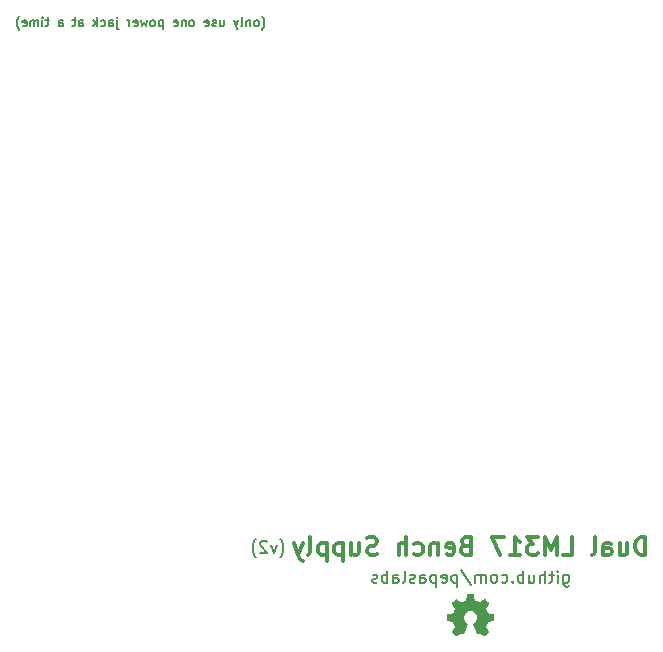
<source format=gbo>
G04 (created by PCBNEW (2013-07-07 BZR 4022)-stable) date 4/20/2014 9:33:33 PM*
%MOIN*%
G04 Gerber Fmt 3.4, Leading zero omitted, Abs format*
%FSLAX34Y34*%
G01*
G70*
G90*
G04 APERTURE LIST*
%ADD10C,0.00590551*%
%ADD11C,0.008*%
%ADD12C,0.012*%
%ADD13C,0.006*%
%ADD14C,0.0001*%
G04 APERTURE END LIST*
G54D10*
G54D11*
X66900Y-63814D02*
X66919Y-63795D01*
X66957Y-63738D01*
X66976Y-63700D01*
X66995Y-63642D01*
X67014Y-63547D01*
X67014Y-63471D01*
X66995Y-63376D01*
X66976Y-63319D01*
X66957Y-63280D01*
X66919Y-63223D01*
X66900Y-63204D01*
X66785Y-63395D02*
X66690Y-63661D01*
X66595Y-63395D01*
X66461Y-63300D02*
X66442Y-63280D01*
X66404Y-63261D01*
X66309Y-63261D01*
X66271Y-63280D01*
X66252Y-63300D01*
X66233Y-63338D01*
X66233Y-63376D01*
X66252Y-63433D01*
X66480Y-63661D01*
X66233Y-63661D01*
X66100Y-63814D02*
X66080Y-63795D01*
X66042Y-63738D01*
X66023Y-63700D01*
X66004Y-63642D01*
X65985Y-63547D01*
X65985Y-63471D01*
X66004Y-63376D01*
X66023Y-63319D01*
X66042Y-63280D01*
X66080Y-63223D01*
X66100Y-63204D01*
X76345Y-64395D02*
X76345Y-64719D01*
X76364Y-64757D01*
X76383Y-64776D01*
X76421Y-64795D01*
X76478Y-64795D01*
X76516Y-64776D01*
X76345Y-64642D02*
X76383Y-64661D01*
X76459Y-64661D01*
X76497Y-64642D01*
X76516Y-64623D01*
X76535Y-64585D01*
X76535Y-64471D01*
X76516Y-64433D01*
X76497Y-64414D01*
X76459Y-64395D01*
X76383Y-64395D01*
X76345Y-64414D01*
X76154Y-64661D02*
X76154Y-64395D01*
X76154Y-64261D02*
X76173Y-64280D01*
X76154Y-64300D01*
X76135Y-64280D01*
X76154Y-64261D01*
X76154Y-64300D01*
X76021Y-64395D02*
X75869Y-64395D01*
X75964Y-64261D02*
X75964Y-64604D01*
X75945Y-64642D01*
X75907Y-64661D01*
X75869Y-64661D01*
X75735Y-64661D02*
X75735Y-64261D01*
X75564Y-64661D02*
X75564Y-64452D01*
X75583Y-64414D01*
X75621Y-64395D01*
X75678Y-64395D01*
X75716Y-64414D01*
X75735Y-64433D01*
X75202Y-64395D02*
X75202Y-64661D01*
X75373Y-64395D02*
X75373Y-64604D01*
X75354Y-64642D01*
X75316Y-64661D01*
X75259Y-64661D01*
X75221Y-64642D01*
X75202Y-64623D01*
X75011Y-64661D02*
X75011Y-64261D01*
X75011Y-64414D02*
X74973Y-64395D01*
X74897Y-64395D01*
X74859Y-64414D01*
X74840Y-64433D01*
X74821Y-64471D01*
X74821Y-64585D01*
X74840Y-64623D01*
X74859Y-64642D01*
X74897Y-64661D01*
X74973Y-64661D01*
X75011Y-64642D01*
X74649Y-64623D02*
X74630Y-64642D01*
X74649Y-64661D01*
X74669Y-64642D01*
X74649Y-64623D01*
X74649Y-64661D01*
X74288Y-64642D02*
X74326Y-64661D01*
X74402Y-64661D01*
X74440Y-64642D01*
X74459Y-64623D01*
X74478Y-64585D01*
X74478Y-64471D01*
X74459Y-64433D01*
X74440Y-64414D01*
X74402Y-64395D01*
X74326Y-64395D01*
X74288Y-64414D01*
X74059Y-64661D02*
X74097Y-64642D01*
X74116Y-64623D01*
X74135Y-64585D01*
X74135Y-64471D01*
X74116Y-64433D01*
X74097Y-64414D01*
X74059Y-64395D01*
X74002Y-64395D01*
X73964Y-64414D01*
X73945Y-64433D01*
X73926Y-64471D01*
X73926Y-64585D01*
X73945Y-64623D01*
X73964Y-64642D01*
X74002Y-64661D01*
X74059Y-64661D01*
X73754Y-64661D02*
X73754Y-64395D01*
X73754Y-64433D02*
X73735Y-64414D01*
X73697Y-64395D01*
X73640Y-64395D01*
X73602Y-64414D01*
X73583Y-64452D01*
X73583Y-64661D01*
X73583Y-64452D02*
X73564Y-64414D01*
X73526Y-64395D01*
X73469Y-64395D01*
X73430Y-64414D01*
X73411Y-64452D01*
X73411Y-64661D01*
X72935Y-64242D02*
X73278Y-64757D01*
X72802Y-64395D02*
X72802Y-64795D01*
X72802Y-64414D02*
X72764Y-64395D01*
X72688Y-64395D01*
X72649Y-64414D01*
X72630Y-64433D01*
X72611Y-64471D01*
X72611Y-64585D01*
X72630Y-64623D01*
X72649Y-64642D01*
X72688Y-64661D01*
X72764Y-64661D01*
X72802Y-64642D01*
X72288Y-64642D02*
X72326Y-64661D01*
X72402Y-64661D01*
X72440Y-64642D01*
X72459Y-64604D01*
X72459Y-64452D01*
X72440Y-64414D01*
X72402Y-64395D01*
X72326Y-64395D01*
X72288Y-64414D01*
X72269Y-64452D01*
X72269Y-64490D01*
X72459Y-64528D01*
X72097Y-64395D02*
X72097Y-64795D01*
X72097Y-64414D02*
X72059Y-64395D01*
X71983Y-64395D01*
X71945Y-64414D01*
X71926Y-64433D01*
X71907Y-64471D01*
X71907Y-64585D01*
X71926Y-64623D01*
X71945Y-64642D01*
X71983Y-64661D01*
X72059Y-64661D01*
X72097Y-64642D01*
X71564Y-64661D02*
X71564Y-64452D01*
X71583Y-64414D01*
X71621Y-64395D01*
X71697Y-64395D01*
X71735Y-64414D01*
X71564Y-64642D02*
X71602Y-64661D01*
X71697Y-64661D01*
X71735Y-64642D01*
X71754Y-64604D01*
X71754Y-64566D01*
X71735Y-64528D01*
X71697Y-64509D01*
X71602Y-64509D01*
X71564Y-64490D01*
X71392Y-64642D02*
X71354Y-64661D01*
X71278Y-64661D01*
X71240Y-64642D01*
X71221Y-64604D01*
X71221Y-64585D01*
X71240Y-64547D01*
X71278Y-64528D01*
X71335Y-64528D01*
X71373Y-64509D01*
X71392Y-64471D01*
X71392Y-64452D01*
X71373Y-64414D01*
X71335Y-64395D01*
X71278Y-64395D01*
X71240Y-64414D01*
X70992Y-64661D02*
X71030Y-64642D01*
X71049Y-64604D01*
X71049Y-64261D01*
X70669Y-64661D02*
X70669Y-64452D01*
X70688Y-64414D01*
X70726Y-64395D01*
X70802Y-64395D01*
X70840Y-64414D01*
X70669Y-64642D02*
X70707Y-64661D01*
X70802Y-64661D01*
X70840Y-64642D01*
X70859Y-64604D01*
X70859Y-64566D01*
X70840Y-64528D01*
X70802Y-64509D01*
X70707Y-64509D01*
X70669Y-64490D01*
X70478Y-64661D02*
X70478Y-64261D01*
X70478Y-64414D02*
X70440Y-64395D01*
X70364Y-64395D01*
X70326Y-64414D01*
X70307Y-64433D01*
X70288Y-64471D01*
X70288Y-64585D01*
X70307Y-64623D01*
X70326Y-64642D01*
X70364Y-64661D01*
X70440Y-64661D01*
X70478Y-64642D01*
X70135Y-64642D02*
X70097Y-64661D01*
X70021Y-64661D01*
X69983Y-64642D01*
X69964Y-64604D01*
X69964Y-64585D01*
X69983Y-64547D01*
X70021Y-64528D01*
X70078Y-64528D01*
X70116Y-64509D01*
X70135Y-64471D01*
X70135Y-64452D01*
X70116Y-64414D01*
X70078Y-64395D01*
X70021Y-64395D01*
X69983Y-64414D01*
G54D12*
X79078Y-63742D02*
X79078Y-63142D01*
X78935Y-63142D01*
X78850Y-63171D01*
X78792Y-63228D01*
X78764Y-63285D01*
X78735Y-63400D01*
X78735Y-63485D01*
X78764Y-63600D01*
X78792Y-63657D01*
X78850Y-63714D01*
X78935Y-63742D01*
X79078Y-63742D01*
X78221Y-63342D02*
X78221Y-63742D01*
X78478Y-63342D02*
X78478Y-63657D01*
X78450Y-63714D01*
X78392Y-63742D01*
X78307Y-63742D01*
X78250Y-63714D01*
X78221Y-63685D01*
X77678Y-63742D02*
X77678Y-63428D01*
X77707Y-63371D01*
X77764Y-63342D01*
X77878Y-63342D01*
X77935Y-63371D01*
X77678Y-63714D02*
X77735Y-63742D01*
X77878Y-63742D01*
X77935Y-63714D01*
X77964Y-63657D01*
X77964Y-63600D01*
X77935Y-63542D01*
X77878Y-63514D01*
X77735Y-63514D01*
X77678Y-63485D01*
X77307Y-63742D02*
X77364Y-63714D01*
X77392Y-63657D01*
X77392Y-63142D01*
X76335Y-63742D02*
X76621Y-63742D01*
X76621Y-63142D01*
X76135Y-63742D02*
X76135Y-63142D01*
X75935Y-63571D01*
X75735Y-63142D01*
X75735Y-63742D01*
X75507Y-63142D02*
X75135Y-63142D01*
X75335Y-63371D01*
X75250Y-63371D01*
X75192Y-63400D01*
X75164Y-63428D01*
X75135Y-63485D01*
X75135Y-63628D01*
X75164Y-63685D01*
X75192Y-63714D01*
X75250Y-63742D01*
X75421Y-63742D01*
X75478Y-63714D01*
X75507Y-63685D01*
X74564Y-63742D02*
X74907Y-63742D01*
X74735Y-63742D02*
X74735Y-63142D01*
X74792Y-63228D01*
X74850Y-63285D01*
X74907Y-63314D01*
X74364Y-63142D02*
X73964Y-63142D01*
X74221Y-63742D01*
X73078Y-63428D02*
X72992Y-63457D01*
X72964Y-63485D01*
X72935Y-63542D01*
X72935Y-63628D01*
X72964Y-63685D01*
X72992Y-63714D01*
X73049Y-63742D01*
X73278Y-63742D01*
X73278Y-63142D01*
X73078Y-63142D01*
X73021Y-63171D01*
X72992Y-63200D01*
X72964Y-63257D01*
X72964Y-63314D01*
X72992Y-63371D01*
X73021Y-63400D01*
X73078Y-63428D01*
X73278Y-63428D01*
X72449Y-63714D02*
X72507Y-63742D01*
X72621Y-63742D01*
X72678Y-63714D01*
X72707Y-63657D01*
X72707Y-63428D01*
X72678Y-63371D01*
X72621Y-63342D01*
X72507Y-63342D01*
X72449Y-63371D01*
X72421Y-63428D01*
X72421Y-63485D01*
X72707Y-63542D01*
X72164Y-63342D02*
X72164Y-63742D01*
X72164Y-63400D02*
X72135Y-63371D01*
X72078Y-63342D01*
X71992Y-63342D01*
X71935Y-63371D01*
X71907Y-63428D01*
X71907Y-63742D01*
X71364Y-63714D02*
X71421Y-63742D01*
X71535Y-63742D01*
X71592Y-63714D01*
X71621Y-63685D01*
X71649Y-63628D01*
X71649Y-63457D01*
X71621Y-63400D01*
X71592Y-63371D01*
X71535Y-63342D01*
X71421Y-63342D01*
X71364Y-63371D01*
X71107Y-63742D02*
X71107Y-63142D01*
X70849Y-63742D02*
X70849Y-63428D01*
X70878Y-63371D01*
X70935Y-63342D01*
X71021Y-63342D01*
X71078Y-63371D01*
X71107Y-63400D01*
X70135Y-63714D02*
X70049Y-63742D01*
X69907Y-63742D01*
X69849Y-63714D01*
X69821Y-63685D01*
X69792Y-63628D01*
X69792Y-63571D01*
X69821Y-63514D01*
X69849Y-63485D01*
X69907Y-63457D01*
X70021Y-63428D01*
X70078Y-63400D01*
X70107Y-63371D01*
X70135Y-63314D01*
X70135Y-63257D01*
X70107Y-63200D01*
X70078Y-63171D01*
X70021Y-63142D01*
X69878Y-63142D01*
X69792Y-63171D01*
X69278Y-63342D02*
X69278Y-63742D01*
X69535Y-63342D02*
X69535Y-63657D01*
X69507Y-63714D01*
X69449Y-63742D01*
X69364Y-63742D01*
X69307Y-63714D01*
X69278Y-63685D01*
X68992Y-63342D02*
X68992Y-63942D01*
X68992Y-63371D02*
X68935Y-63342D01*
X68821Y-63342D01*
X68764Y-63371D01*
X68735Y-63400D01*
X68707Y-63457D01*
X68707Y-63628D01*
X68735Y-63685D01*
X68764Y-63714D01*
X68821Y-63742D01*
X68935Y-63742D01*
X68992Y-63714D01*
X68449Y-63342D02*
X68449Y-63942D01*
X68449Y-63371D02*
X68392Y-63342D01*
X68278Y-63342D01*
X68221Y-63371D01*
X68192Y-63400D01*
X68164Y-63457D01*
X68164Y-63628D01*
X68192Y-63685D01*
X68221Y-63714D01*
X68278Y-63742D01*
X68392Y-63742D01*
X68449Y-63714D01*
X67821Y-63742D02*
X67878Y-63714D01*
X67907Y-63657D01*
X67907Y-63142D01*
X67649Y-63342D02*
X67507Y-63742D01*
X67364Y-63342D02*
X67507Y-63742D01*
X67564Y-63885D01*
X67592Y-63914D01*
X67649Y-63942D01*
G54D13*
X66292Y-46235D02*
X66307Y-46221D01*
X66335Y-46178D01*
X66350Y-46150D01*
X66364Y-46107D01*
X66378Y-46035D01*
X66378Y-45978D01*
X66364Y-45907D01*
X66350Y-45864D01*
X66335Y-45835D01*
X66307Y-45792D01*
X66292Y-45778D01*
X66135Y-46121D02*
X66164Y-46107D01*
X66178Y-46092D01*
X66192Y-46064D01*
X66192Y-45978D01*
X66178Y-45950D01*
X66164Y-45935D01*
X66135Y-45921D01*
X66092Y-45921D01*
X66064Y-45935D01*
X66050Y-45950D01*
X66035Y-45978D01*
X66035Y-46064D01*
X66050Y-46092D01*
X66064Y-46107D01*
X66092Y-46121D01*
X66135Y-46121D01*
X65907Y-45921D02*
X65907Y-46121D01*
X65907Y-45950D02*
X65892Y-45935D01*
X65864Y-45921D01*
X65821Y-45921D01*
X65792Y-45935D01*
X65778Y-45964D01*
X65778Y-46121D01*
X65592Y-46121D02*
X65621Y-46107D01*
X65635Y-46078D01*
X65635Y-45821D01*
X65507Y-45921D02*
X65435Y-46121D01*
X65364Y-45921D02*
X65435Y-46121D01*
X65464Y-46192D01*
X65478Y-46207D01*
X65507Y-46221D01*
X64892Y-45921D02*
X64892Y-46121D01*
X65021Y-45921D02*
X65021Y-46078D01*
X65007Y-46107D01*
X64978Y-46121D01*
X64935Y-46121D01*
X64907Y-46107D01*
X64892Y-46092D01*
X64764Y-46107D02*
X64735Y-46121D01*
X64678Y-46121D01*
X64650Y-46107D01*
X64635Y-46078D01*
X64635Y-46064D01*
X64650Y-46035D01*
X64678Y-46021D01*
X64721Y-46021D01*
X64750Y-46007D01*
X64764Y-45978D01*
X64764Y-45964D01*
X64750Y-45935D01*
X64721Y-45921D01*
X64678Y-45921D01*
X64650Y-45935D01*
X64392Y-46107D02*
X64421Y-46121D01*
X64478Y-46121D01*
X64507Y-46107D01*
X64521Y-46078D01*
X64521Y-45964D01*
X64507Y-45935D01*
X64478Y-45921D01*
X64421Y-45921D01*
X64392Y-45935D01*
X64378Y-45964D01*
X64378Y-45992D01*
X64521Y-46021D01*
X63978Y-46121D02*
X64007Y-46107D01*
X64021Y-46092D01*
X64035Y-46064D01*
X64035Y-45978D01*
X64021Y-45950D01*
X64007Y-45935D01*
X63978Y-45921D01*
X63935Y-45921D01*
X63907Y-45935D01*
X63892Y-45950D01*
X63878Y-45978D01*
X63878Y-46064D01*
X63892Y-46092D01*
X63907Y-46107D01*
X63935Y-46121D01*
X63978Y-46121D01*
X63750Y-45921D02*
X63750Y-46121D01*
X63750Y-45950D02*
X63735Y-45935D01*
X63707Y-45921D01*
X63664Y-45921D01*
X63635Y-45935D01*
X63621Y-45964D01*
X63621Y-46121D01*
X63364Y-46107D02*
X63392Y-46121D01*
X63450Y-46121D01*
X63478Y-46107D01*
X63492Y-46078D01*
X63492Y-45964D01*
X63478Y-45935D01*
X63450Y-45921D01*
X63392Y-45921D01*
X63364Y-45935D01*
X63350Y-45964D01*
X63350Y-45992D01*
X63492Y-46021D01*
X62992Y-45921D02*
X62992Y-46221D01*
X62992Y-45935D02*
X62964Y-45921D01*
X62907Y-45921D01*
X62878Y-45935D01*
X62864Y-45950D01*
X62850Y-45978D01*
X62850Y-46064D01*
X62864Y-46092D01*
X62878Y-46107D01*
X62907Y-46121D01*
X62964Y-46121D01*
X62992Y-46107D01*
X62678Y-46121D02*
X62707Y-46107D01*
X62721Y-46092D01*
X62735Y-46064D01*
X62735Y-45978D01*
X62721Y-45950D01*
X62707Y-45935D01*
X62678Y-45921D01*
X62635Y-45921D01*
X62607Y-45935D01*
X62592Y-45950D01*
X62578Y-45978D01*
X62578Y-46064D01*
X62592Y-46092D01*
X62607Y-46107D01*
X62635Y-46121D01*
X62678Y-46121D01*
X62478Y-45921D02*
X62421Y-46121D01*
X62364Y-45978D01*
X62307Y-46121D01*
X62249Y-45921D01*
X62021Y-46107D02*
X62049Y-46121D01*
X62107Y-46121D01*
X62135Y-46107D01*
X62149Y-46078D01*
X62149Y-45964D01*
X62135Y-45935D01*
X62107Y-45921D01*
X62049Y-45921D01*
X62021Y-45935D01*
X62007Y-45964D01*
X62007Y-45992D01*
X62149Y-46021D01*
X61878Y-46121D02*
X61878Y-45921D01*
X61878Y-45978D02*
X61864Y-45950D01*
X61849Y-45935D01*
X61821Y-45921D01*
X61792Y-45921D01*
X61464Y-45921D02*
X61464Y-46178D01*
X61478Y-46207D01*
X61507Y-46221D01*
X61521Y-46221D01*
X61464Y-45821D02*
X61478Y-45835D01*
X61464Y-45850D01*
X61450Y-45835D01*
X61464Y-45821D01*
X61464Y-45850D01*
X61192Y-46121D02*
X61192Y-45964D01*
X61207Y-45935D01*
X61235Y-45921D01*
X61292Y-45921D01*
X61321Y-45935D01*
X61192Y-46107D02*
X61221Y-46121D01*
X61292Y-46121D01*
X61321Y-46107D01*
X61335Y-46078D01*
X61335Y-46050D01*
X61321Y-46021D01*
X61292Y-46007D01*
X61221Y-46007D01*
X61192Y-45992D01*
X60921Y-46107D02*
X60949Y-46121D01*
X61007Y-46121D01*
X61035Y-46107D01*
X61049Y-46092D01*
X61064Y-46064D01*
X61064Y-45978D01*
X61049Y-45950D01*
X61035Y-45935D01*
X61007Y-45921D01*
X60949Y-45921D01*
X60921Y-45935D01*
X60792Y-46121D02*
X60792Y-45821D01*
X60764Y-46007D02*
X60678Y-46121D01*
X60678Y-45921D02*
X60792Y-46035D01*
X60192Y-46121D02*
X60192Y-45964D01*
X60207Y-45935D01*
X60235Y-45921D01*
X60292Y-45921D01*
X60321Y-45935D01*
X60192Y-46107D02*
X60221Y-46121D01*
X60292Y-46121D01*
X60321Y-46107D01*
X60335Y-46078D01*
X60335Y-46050D01*
X60321Y-46021D01*
X60292Y-46007D01*
X60221Y-46007D01*
X60192Y-45992D01*
X60092Y-45921D02*
X59978Y-45921D01*
X60049Y-45821D02*
X60049Y-46078D01*
X60035Y-46107D01*
X60007Y-46121D01*
X59978Y-46121D01*
X59521Y-46121D02*
X59521Y-45964D01*
X59535Y-45935D01*
X59564Y-45921D01*
X59621Y-45921D01*
X59649Y-45935D01*
X59521Y-46107D02*
X59549Y-46121D01*
X59621Y-46121D01*
X59649Y-46107D01*
X59664Y-46078D01*
X59664Y-46050D01*
X59649Y-46021D01*
X59621Y-46007D01*
X59549Y-46007D01*
X59521Y-45992D01*
X59192Y-45921D02*
X59078Y-45921D01*
X59149Y-45821D02*
X59149Y-46078D01*
X59135Y-46107D01*
X59107Y-46121D01*
X59078Y-46121D01*
X58978Y-46121D02*
X58978Y-45921D01*
X58978Y-45821D02*
X58992Y-45835D01*
X58978Y-45850D01*
X58964Y-45835D01*
X58978Y-45821D01*
X58978Y-45850D01*
X58835Y-46121D02*
X58835Y-45921D01*
X58835Y-45950D02*
X58821Y-45935D01*
X58792Y-45921D01*
X58749Y-45921D01*
X58721Y-45935D01*
X58707Y-45964D01*
X58707Y-46121D01*
X58707Y-45964D02*
X58692Y-45935D01*
X58664Y-45921D01*
X58621Y-45921D01*
X58592Y-45935D01*
X58578Y-45964D01*
X58578Y-46121D01*
X58321Y-46107D02*
X58349Y-46121D01*
X58407Y-46121D01*
X58435Y-46107D01*
X58449Y-46078D01*
X58449Y-45964D01*
X58435Y-45935D01*
X58407Y-45921D01*
X58349Y-45921D01*
X58321Y-45935D01*
X58307Y-45964D01*
X58307Y-45992D01*
X58449Y-46021D01*
X58207Y-46235D02*
X58192Y-46221D01*
X58164Y-46178D01*
X58149Y-46150D01*
X58135Y-46107D01*
X58121Y-46035D01*
X58121Y-45978D01*
X58135Y-45907D01*
X58149Y-45864D01*
X58164Y-45835D01*
X58192Y-45792D01*
X58207Y-45778D01*
G54D14*
G36*
X73727Y-66457D02*
X73719Y-66453D01*
X73700Y-66441D01*
X73674Y-66424D01*
X73643Y-66403D01*
X73612Y-66382D01*
X73586Y-66365D01*
X73568Y-66353D01*
X73561Y-66349D01*
X73557Y-66350D01*
X73542Y-66358D01*
X73520Y-66369D01*
X73508Y-66375D01*
X73488Y-66384D01*
X73478Y-66386D01*
X73477Y-66383D01*
X73469Y-66368D01*
X73458Y-66342D01*
X73443Y-66308D01*
X73426Y-66268D01*
X73408Y-66225D01*
X73390Y-66181D01*
X73372Y-66139D01*
X73357Y-66101D01*
X73344Y-66071D01*
X73336Y-66049D01*
X73333Y-66040D01*
X73334Y-66038D01*
X73344Y-66029D01*
X73361Y-66016D01*
X73399Y-65985D01*
X73435Y-65939D01*
X73458Y-65887D01*
X73465Y-65829D01*
X73459Y-65776D01*
X73438Y-65725D01*
X73402Y-65678D01*
X73358Y-65644D01*
X73307Y-65622D01*
X73250Y-65615D01*
X73195Y-65621D01*
X73143Y-65642D01*
X73096Y-65677D01*
X73077Y-65700D01*
X73050Y-65747D01*
X73034Y-65797D01*
X73033Y-65809D01*
X73035Y-65865D01*
X73051Y-65918D01*
X73080Y-65965D01*
X73121Y-66004D01*
X73126Y-66008D01*
X73145Y-66022D01*
X73157Y-66031D01*
X73167Y-66039D01*
X73097Y-66209D01*
X73086Y-66236D01*
X73066Y-66282D01*
X73049Y-66322D01*
X73036Y-66354D01*
X73026Y-66375D01*
X73022Y-66384D01*
X73022Y-66384D01*
X73016Y-66385D01*
X73003Y-66380D01*
X72979Y-66369D01*
X72963Y-66361D01*
X72945Y-66352D01*
X72937Y-66349D01*
X72930Y-66353D01*
X72913Y-66364D01*
X72888Y-66381D01*
X72858Y-66401D01*
X72829Y-66421D01*
X72802Y-66439D01*
X72783Y-66451D01*
X72773Y-66456D01*
X72772Y-66456D01*
X72764Y-66451D01*
X72748Y-66439D01*
X72725Y-66417D01*
X72693Y-66385D01*
X72688Y-66380D01*
X72661Y-66352D01*
X72639Y-66329D01*
X72624Y-66313D01*
X72619Y-66306D01*
X72619Y-66306D01*
X72624Y-66296D01*
X72636Y-66277D01*
X72654Y-66250D01*
X72675Y-66219D01*
X72731Y-66137D01*
X72700Y-66060D01*
X72691Y-66037D01*
X72679Y-66008D01*
X72670Y-65988D01*
X72665Y-65979D01*
X72657Y-65976D01*
X72636Y-65971D01*
X72605Y-65964D01*
X72569Y-65958D01*
X72534Y-65951D01*
X72503Y-65945D01*
X72480Y-65941D01*
X72470Y-65939D01*
X72468Y-65937D01*
X72466Y-65932D01*
X72464Y-65922D01*
X72464Y-65903D01*
X72463Y-65873D01*
X72463Y-65829D01*
X72463Y-65825D01*
X72464Y-65783D01*
X72464Y-65750D01*
X72465Y-65729D01*
X72467Y-65721D01*
X72467Y-65721D01*
X72477Y-65718D01*
X72499Y-65714D01*
X72530Y-65707D01*
X72568Y-65700D01*
X72570Y-65700D01*
X72607Y-65693D01*
X72638Y-65686D01*
X72660Y-65681D01*
X72669Y-65678D01*
X72671Y-65676D01*
X72679Y-65661D01*
X72690Y-65638D01*
X72702Y-65610D01*
X72714Y-65581D01*
X72725Y-65554D01*
X72732Y-65535D01*
X72734Y-65526D01*
X72734Y-65526D01*
X72728Y-65517D01*
X72715Y-65497D01*
X72697Y-65471D01*
X72675Y-65439D01*
X72674Y-65436D01*
X72652Y-65405D01*
X72635Y-65378D01*
X72623Y-65359D01*
X72619Y-65351D01*
X72619Y-65350D01*
X72626Y-65341D01*
X72642Y-65323D01*
X72665Y-65299D01*
X72693Y-65271D01*
X72702Y-65263D01*
X72732Y-65233D01*
X72753Y-65213D01*
X72767Y-65203D01*
X72773Y-65200D01*
X72773Y-65201D01*
X72783Y-65206D01*
X72803Y-65219D01*
X72830Y-65238D01*
X72862Y-65259D01*
X72864Y-65261D01*
X72895Y-65282D01*
X72921Y-65300D01*
X72940Y-65312D01*
X72948Y-65317D01*
X72950Y-65317D01*
X72962Y-65313D01*
X72985Y-65306D01*
X73012Y-65295D01*
X73041Y-65283D01*
X73068Y-65272D01*
X73088Y-65263D01*
X73097Y-65258D01*
X73097Y-65257D01*
X73101Y-65246D01*
X73106Y-65222D01*
X73113Y-65190D01*
X73120Y-65151D01*
X73121Y-65145D01*
X73128Y-65108D01*
X73134Y-65077D01*
X73139Y-65055D01*
X73141Y-65046D01*
X73146Y-65045D01*
X73165Y-65044D01*
X73193Y-65043D01*
X73227Y-65043D01*
X73262Y-65043D01*
X73296Y-65044D01*
X73326Y-65045D01*
X73347Y-65046D01*
X73356Y-65048D01*
X73357Y-65049D01*
X73360Y-65060D01*
X73365Y-65084D01*
X73372Y-65116D01*
X73379Y-65155D01*
X73380Y-65162D01*
X73387Y-65199D01*
X73394Y-65230D01*
X73398Y-65251D01*
X73401Y-65259D01*
X73404Y-65261D01*
X73419Y-65268D01*
X73444Y-65278D01*
X73476Y-65291D01*
X73548Y-65320D01*
X73636Y-65259D01*
X73644Y-65254D01*
X73676Y-65232D01*
X73702Y-65215D01*
X73720Y-65203D01*
X73728Y-65199D01*
X73728Y-65199D01*
X73737Y-65207D01*
X73755Y-65223D01*
X73779Y-65247D01*
X73806Y-65274D01*
X73827Y-65295D01*
X73851Y-65320D01*
X73867Y-65336D01*
X73875Y-65347D01*
X73878Y-65354D01*
X73877Y-65358D01*
X73872Y-65367D01*
X73859Y-65386D01*
X73841Y-65413D01*
X73819Y-65444D01*
X73801Y-65471D01*
X73782Y-65500D01*
X73770Y-65521D01*
X73765Y-65532D01*
X73766Y-65536D01*
X73773Y-65553D01*
X73783Y-65580D01*
X73796Y-65611D01*
X73827Y-65681D01*
X73873Y-65689D01*
X73901Y-65695D01*
X73940Y-65702D01*
X73977Y-65709D01*
X74035Y-65721D01*
X74037Y-65933D01*
X74028Y-65937D01*
X74019Y-65940D01*
X73998Y-65944D01*
X73967Y-65950D01*
X73931Y-65957D01*
X73900Y-65963D01*
X73869Y-65969D01*
X73847Y-65973D01*
X73837Y-65975D01*
X73834Y-65979D01*
X73826Y-65994D01*
X73815Y-66018D01*
X73803Y-66047D01*
X73791Y-66076D01*
X73780Y-66104D01*
X73772Y-66125D01*
X73769Y-66136D01*
X73773Y-66144D01*
X73785Y-66162D01*
X73802Y-66188D01*
X73823Y-66219D01*
X73845Y-66250D01*
X73862Y-66277D01*
X73875Y-66296D01*
X73880Y-66304D01*
X73877Y-66310D01*
X73865Y-66325D01*
X73842Y-66349D01*
X73807Y-66384D01*
X73801Y-66389D01*
X73774Y-66416D01*
X73750Y-66437D01*
X73734Y-66452D01*
X73727Y-66457D01*
X73727Y-66457D01*
G37*
M02*

</source>
